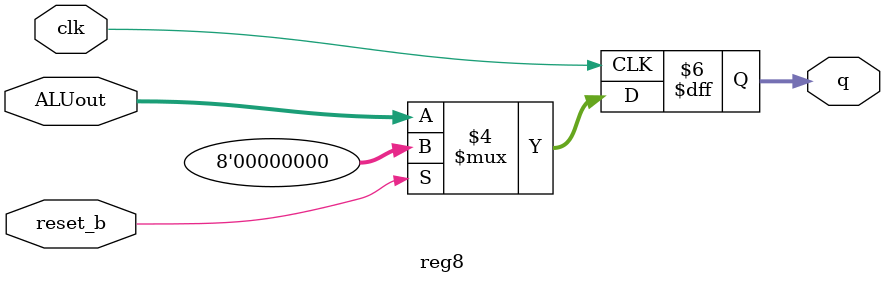
<source format=sv>
module part3(input logic Clock, Reset_b, input logic [3:0] Data, input logic [1:0] Function, output logic [7:0] ALU_reg_out);
    logic [3:0] A;
    logic [3:0] B;
    logic [7:0] Q;

    assign A = Data;
    assign B = Q[3:0];

    reg8 u0(ALU_reg_out, Clock, Reset_b, Q);

    always_comb
    begin
        case(Function)
            2'b00: ALU_reg_out = A + B;
            2'b01: ALU_reg_out = A * B;
            2'b10: ALU_reg_out = B << A;
            2'b11: ALU_reg_out = Q;
            default: ALU_reg_out = 8'b00000000;
        endcase
    end
endmodule

module reg8(input logic [7:0] ALUout, input logic clk, reset_b, output logic [7:0] q);
    always_ff @(posedge clk)
    begin
        if (reset_b == 1) q <= 8'b00000000;
        else q <= ALUout;
    end
endmodule

</source>
